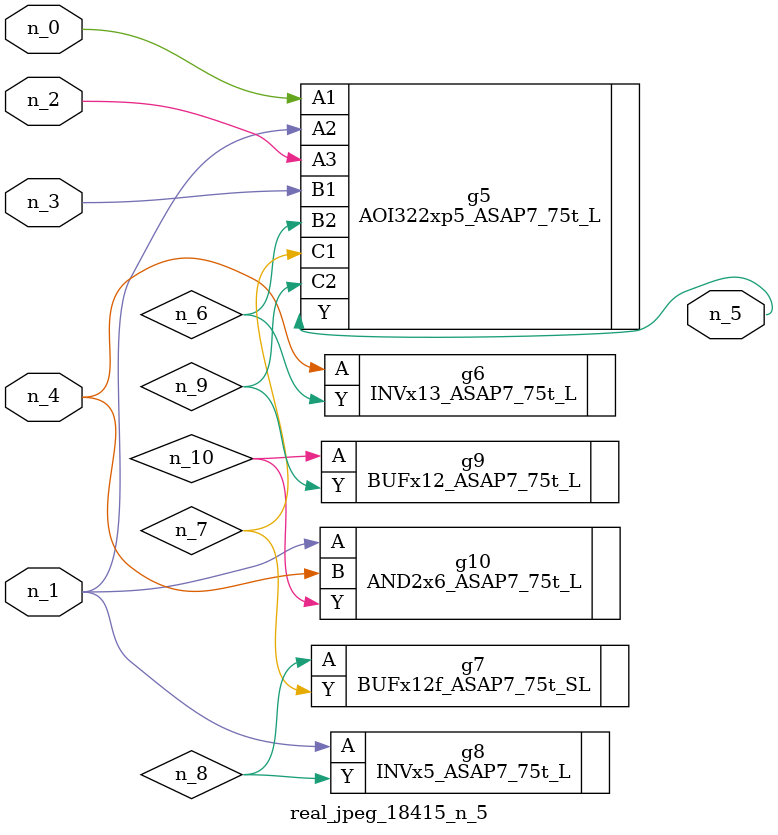
<source format=v>
module real_jpeg_18415_n_5 (n_4, n_0, n_1, n_2, n_3, n_5);

input n_4;
input n_0;
input n_1;
input n_2;
input n_3;

output n_5;

wire n_8;
wire n_6;
wire n_7;
wire n_10;
wire n_9;

AOI322xp5_ASAP7_75t_L g5 ( 
.A1(n_0),
.A2(n_1),
.A3(n_2),
.B1(n_3),
.B2(n_6),
.C1(n_7),
.C2(n_9),
.Y(n_5)
);

INVx5_ASAP7_75t_L g8 ( 
.A(n_1),
.Y(n_8)
);

AND2x6_ASAP7_75t_L g10 ( 
.A(n_1),
.B(n_4),
.Y(n_10)
);

INVx13_ASAP7_75t_L g6 ( 
.A(n_4),
.Y(n_6)
);

BUFx12f_ASAP7_75t_SL g7 ( 
.A(n_8),
.Y(n_7)
);

BUFx12_ASAP7_75t_L g9 ( 
.A(n_10),
.Y(n_9)
);


endmodule
</source>
